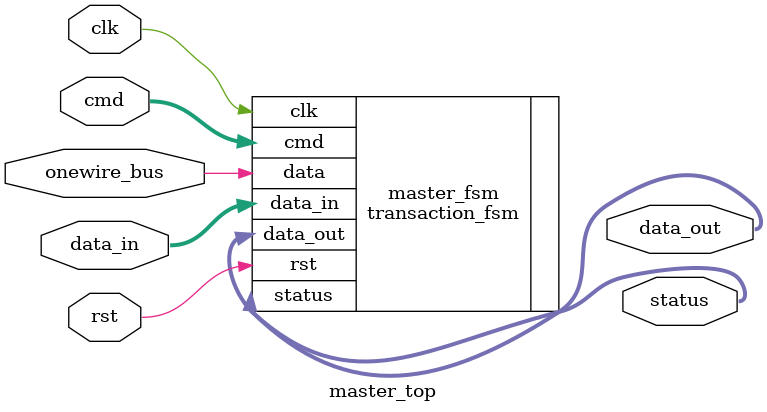
<source format=v>
module master_top(
    input  wire clk,
    input  wire rst,
    input  wire [2:0] cmd,
    input  wire [7:0] data_in,
    output wire [63:0] data_out,
    output wire [7:0]  status,
    inout  wire        onewire_bus
);

    transaction_fsm #(.ROLE("MASTER")) master_fsm (
        .clk(clk),
        .rst(rst),
        .cmd(cmd),
        .data_in(data_in),
        .data_out(data_out),
        .status(status),
        .data(onewire_bus)
    );

endmodule

</source>
